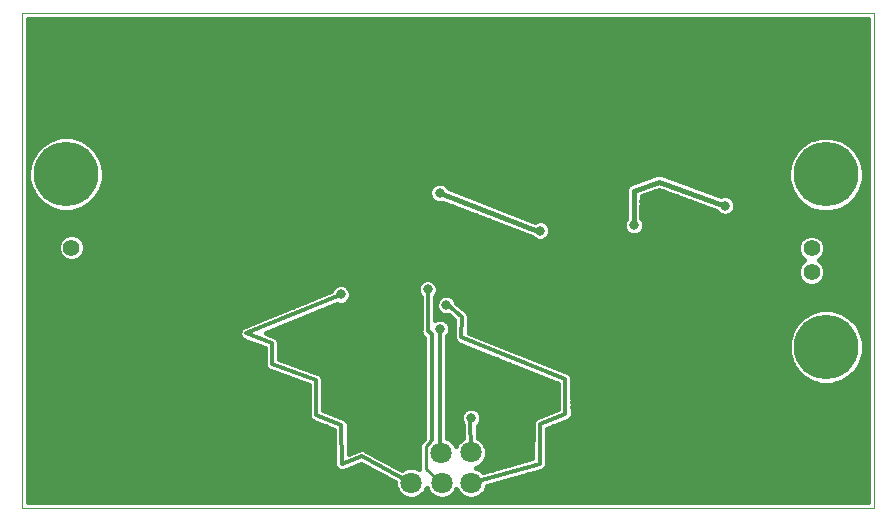
<source format=gbl>
G75*
%MOIN*%
%OFA0B0*%
%FSLAX25Y25*%
%IPPOS*%
%LPD*%
%AMOC8*
5,1,8,0,0,1.08239X$1,22.5*
%
%ADD10C,0.00394*%
%ADD11C,0.07087*%
%ADD12C,0.21500*%
%ADD13C,0.05543*%
%ADD14C,0.01600*%
%ADD15C,0.03200*%
%ADD16C,0.01200*%
%ADD17C,0.01000*%
D10*
X0013386Y0013511D02*
X0297323Y0013511D01*
X0297323Y0178511D01*
X0013386Y0178511D01*
X0013386Y0013511D01*
D11*
X0143205Y0021923D03*
X0153301Y0021943D03*
X0163142Y0021926D03*
X0163002Y0032027D03*
X0153102Y0031969D03*
X0143189Y0031831D03*
D12*
X0028696Y0067095D03*
X0028101Y0124812D03*
X0281394Y0124699D03*
X0281537Y0067175D03*
D13*
X0276620Y0092218D03*
X0276620Y0100092D03*
X0029859Y0100283D03*
X0029859Y0092409D03*
D14*
X0053980Y0082691D01*
X0057051Y0083626D01*
X0084559Y0073209D01*
X0088296Y0074655D01*
X0088386Y0082343D01*
X0088386Y0081762D01*
X0091908Y0075853D02*
X0015383Y0075853D01*
X0015383Y0074255D02*
X0087984Y0074255D01*
X0087655Y0074121D02*
X0087617Y0074120D01*
X0087214Y0073941D01*
X0086806Y0073775D01*
X0086779Y0073748D01*
X0086744Y0073733D01*
X0086440Y0073413D01*
X0086127Y0073104D01*
X0086112Y0073069D01*
X0086086Y0073041D01*
X0085927Y0072630D01*
X0085756Y0072224D01*
X0085756Y0072186D01*
X0085742Y0072150D01*
X0085753Y0071710D01*
X0085751Y0071269D01*
X0085765Y0071234D01*
X0085766Y0071195D01*
X0085945Y0070793D01*
X0086111Y0070385D01*
X0086138Y0070358D01*
X0086153Y0070323D01*
X0086472Y0070019D01*
X0086782Y0069706D01*
X0086817Y0069691D01*
X0086845Y0069665D01*
X0087256Y0069506D01*
X0087662Y0069335D01*
X0087700Y0069335D01*
X0094320Y0066783D01*
X0094295Y0061930D01*
X0094272Y0061869D01*
X0094292Y0061455D01*
X0094290Y0061041D01*
X0094315Y0060980D01*
X0094318Y0060915D01*
X0094494Y0060540D01*
X0094651Y0060157D01*
X0094697Y0060111D01*
X0094725Y0060051D01*
X0095031Y0059773D01*
X0095322Y0059478D01*
X0095383Y0059453D01*
X0095431Y0059409D01*
X0095821Y0059269D01*
X0096203Y0059109D01*
X0096268Y0059108D01*
X0108920Y0054559D01*
X0108917Y0045106D01*
X0108913Y0045095D01*
X0108917Y0044628D01*
X0108917Y0044162D01*
X0108921Y0044152D01*
X0108921Y0044140D01*
X0109104Y0043711D01*
X0109282Y0043280D01*
X0109290Y0043272D01*
X0109294Y0043262D01*
X0109627Y0042935D01*
X0109957Y0042605D01*
X0109967Y0042601D01*
X0109976Y0042592D01*
X0110408Y0042418D01*
X0110839Y0042239D01*
X0110850Y0042239D01*
X0117485Y0039560D01*
X0117561Y0028148D01*
X0117549Y0027711D01*
X0117564Y0027672D01*
X0117564Y0027630D01*
X0117734Y0027227D01*
X0117890Y0026819D01*
X0117919Y0026789D01*
X0117935Y0026750D01*
X0118246Y0026443D01*
X0118547Y0026126D01*
X0118585Y0026109D01*
X0118615Y0026080D01*
X0119020Y0025915D01*
X0119419Y0025737D01*
X0119461Y0025736D01*
X0119499Y0025720D01*
X0119937Y0025723D01*
X0120374Y0025712D01*
X0120412Y0025726D01*
X0120454Y0025727D01*
X0120857Y0025897D01*
X0126512Y0028063D01*
X0137862Y0022041D01*
X0137862Y0020860D01*
X0138675Y0018896D01*
X0140178Y0017393D01*
X0142142Y0016579D01*
X0144268Y0016579D01*
X0146232Y0017393D01*
X0147735Y0018896D01*
X0148257Y0020157D01*
X0148771Y0018917D01*
X0150274Y0017414D01*
X0152238Y0016600D01*
X0154363Y0016600D01*
X0156327Y0017414D01*
X0157830Y0018917D01*
X0158217Y0019851D01*
X0158612Y0018899D01*
X0160115Y0017396D01*
X0162079Y0016583D01*
X0164204Y0016583D01*
X0166168Y0017396D01*
X0167671Y0018899D01*
X0168485Y0020863D01*
X0168485Y0020920D01*
X0186276Y0025863D01*
X0186422Y0025863D01*
X0186732Y0025990D01*
X0187055Y0026080D01*
X0187171Y0026170D01*
X0187306Y0026225D01*
X0187543Y0026461D01*
X0187807Y0026668D01*
X0187879Y0026795D01*
X0187983Y0026898D01*
X0188112Y0027207D01*
X0188277Y0027499D01*
X0188295Y0027644D01*
X0188351Y0027779D01*
X0188352Y0028114D01*
X0188393Y0028447D01*
X0188354Y0028588D01*
X0188391Y0039847D01*
X0194985Y0042488D01*
X0195005Y0042488D01*
X0195427Y0042665D01*
X0195853Y0042835D01*
X0195867Y0042849D01*
X0195886Y0042857D01*
X0196208Y0043182D01*
X0196536Y0043502D01*
X0196544Y0043520D01*
X0196558Y0043535D01*
X0196732Y0043959D01*
X0196912Y0044380D01*
X0196912Y0044400D01*
X0196919Y0044418D01*
X0196917Y0044877D01*
X0196923Y0045334D01*
X0196915Y0045353D01*
X0196870Y0056122D01*
X0196874Y0056133D01*
X0196868Y0056599D01*
X0196866Y0057064D01*
X0196861Y0057075D01*
X0196861Y0057088D01*
X0196677Y0057515D01*
X0196497Y0057945D01*
X0196488Y0057953D01*
X0196483Y0057965D01*
X0196150Y0058289D01*
X0195819Y0058617D01*
X0195808Y0058622D01*
X0195799Y0058630D01*
X0195367Y0058802D01*
X0194935Y0058979D01*
X0194923Y0058979D01*
X0162247Y0071980D01*
X0162348Y0076938D01*
X0162387Y0077058D01*
X0162358Y0077412D01*
X0162365Y0077767D01*
X0162319Y0077884D01*
X0162309Y0078009D01*
X0162147Y0078325D01*
X0162018Y0078656D01*
X0161931Y0078747D01*
X0161873Y0078859D01*
X0161603Y0079089D01*
X0161357Y0079345D01*
X0161241Y0079395D01*
X0158186Y0081990D01*
X0157725Y0083103D01*
X0156769Y0084059D01*
X0155519Y0084577D01*
X0154167Y0084577D01*
X0152917Y0084059D01*
X0151961Y0083103D01*
X0151443Y0081853D01*
X0151443Y0080500D01*
X0151961Y0079251D01*
X0152917Y0078294D01*
X0154167Y0077777D01*
X0155519Y0077777D01*
X0155663Y0077836D01*
X0157533Y0076247D01*
X0157423Y0070849D01*
X0157407Y0070809D01*
X0157414Y0070373D01*
X0157405Y0069937D01*
X0157420Y0069897D01*
X0157421Y0069855D01*
X0157593Y0069454D01*
X0157752Y0069048D01*
X0157782Y0069017D01*
X0157798Y0068978D01*
X0158111Y0068674D01*
X0158413Y0068359D01*
X0158452Y0068342D01*
X0158483Y0068312D01*
X0158888Y0068151D01*
X0159288Y0067976D01*
X0159330Y0067975D01*
X0192075Y0054946D01*
X0192111Y0046507D01*
X0185537Y0043875D01*
X0185526Y0043875D01*
X0185095Y0043698D01*
X0184661Y0043525D01*
X0184653Y0043517D01*
X0184643Y0043513D01*
X0184312Y0043184D01*
X0183978Y0042857D01*
X0183973Y0042848D01*
X0183966Y0042840D01*
X0183785Y0042408D01*
X0183602Y0041980D01*
X0183602Y0041969D01*
X0183598Y0041959D01*
X0183596Y0041491D01*
X0183590Y0041025D01*
X0183594Y0041015D01*
X0183559Y0030090D01*
X0167106Y0025518D01*
X0166168Y0026456D01*
X0164842Y0027005D01*
X0166029Y0027497D01*
X0167532Y0029000D01*
X0168346Y0030964D01*
X0168346Y0033089D01*
X0167532Y0035053D01*
X0166029Y0036556D01*
X0165347Y0036839D01*
X0165301Y0040857D01*
X0165999Y0041555D01*
X0166517Y0042804D01*
X0166517Y0044157D01*
X0165999Y0045406D01*
X0165043Y0046363D01*
X0163793Y0046881D01*
X0162440Y0046881D01*
X0161191Y0046363D01*
X0160234Y0045406D01*
X0159717Y0044157D01*
X0159717Y0042804D01*
X0160234Y0041555D01*
X0160496Y0041293D01*
X0160548Y0036793D01*
X0159976Y0036556D01*
X0158473Y0035053D01*
X0158040Y0034010D01*
X0157632Y0034995D01*
X0156129Y0036498D01*
X0155052Y0036944D01*
X0155145Y0070784D01*
X0155634Y0071273D01*
X0156151Y0072523D01*
X0156151Y0073876D01*
X0155634Y0075125D01*
X0154677Y0076082D01*
X0153428Y0076599D01*
X0152075Y0076599D01*
X0151048Y0076174D01*
X0151048Y0083983D01*
X0151531Y0084465D01*
X0152048Y0085715D01*
X0152048Y0087067D01*
X0151531Y0088317D01*
X0150574Y0089273D01*
X0149324Y0089791D01*
X0147972Y0089791D01*
X0146722Y0089273D01*
X0145766Y0088317D01*
X0145248Y0087067D01*
X0145248Y0085715D01*
X0145766Y0084465D01*
X0146248Y0083983D01*
X0146248Y0073056D01*
X0146183Y0072898D01*
X0146183Y0072734D01*
X0146141Y0072575D01*
X0146183Y0072261D01*
X0146183Y0071943D01*
X0146245Y0071791D01*
X0146267Y0071629D01*
X0146427Y0071354D01*
X0146548Y0071061D01*
X0146664Y0070945D01*
X0146746Y0070803D01*
X0146999Y0070610D01*
X0147223Y0070386D01*
X0147375Y0070323D01*
X0147525Y0070208D01*
X0147525Y0036701D01*
X0147287Y0036485D01*
X0147233Y0036485D01*
X0146587Y0035849D01*
X0145916Y0035240D01*
X0145913Y0035187D01*
X0145875Y0035149D01*
X0145868Y0034243D01*
X0145824Y0033337D01*
X0145860Y0033297D01*
X0145811Y0027298D01*
X0145741Y0027217D01*
X0145783Y0026638D01*
X0144268Y0027266D01*
X0142142Y0027266D01*
X0140178Y0026452D01*
X0140043Y0026317D01*
X0128145Y0032630D01*
X0128086Y0032692D01*
X0127725Y0032853D01*
X0127376Y0033038D01*
X0127292Y0033046D01*
X0127214Y0033081D01*
X0126819Y0033091D01*
X0126425Y0033129D01*
X0126344Y0033104D01*
X0126260Y0033106D01*
X0125891Y0032965D01*
X0125512Y0032849D01*
X0125447Y0032795D01*
X0122338Y0031604D01*
X0122277Y0040724D01*
X0122278Y0040727D01*
X0122274Y0041201D01*
X0122271Y0041676D01*
X0122270Y0041679D01*
X0122270Y0041682D01*
X0122085Y0042116D01*
X0121900Y0042556D01*
X0121898Y0042558D01*
X0121897Y0042560D01*
X0121559Y0042892D01*
X0121220Y0043227D01*
X0121217Y0043228D01*
X0121216Y0043229D01*
X0120775Y0043407D01*
X0120335Y0043586D01*
X0120333Y0043586D01*
X0113717Y0046258D01*
X0113721Y0055828D01*
X0113741Y0055884D01*
X0113721Y0056303D01*
X0113721Y0056723D01*
X0113698Y0056778D01*
X0113696Y0056837D01*
X0113517Y0057217D01*
X0113356Y0057605D01*
X0113314Y0057647D01*
X0113289Y0057701D01*
X0112978Y0057984D01*
X0112681Y0058280D01*
X0112626Y0058303D01*
X0112582Y0058343D01*
X0112187Y0058485D01*
X0111799Y0058646D01*
X0111740Y0058646D01*
X0099101Y0063190D01*
X0099126Y0067975D01*
X0099139Y0068009D01*
X0099128Y0068451D01*
X0099130Y0068892D01*
X0099116Y0068927D01*
X0099115Y0068964D01*
X0098936Y0069367D01*
X0098770Y0069776D01*
X0098743Y0069803D01*
X0098728Y0069837D01*
X0098408Y0070141D01*
X0098098Y0070455D01*
X0098064Y0070469D01*
X0098037Y0070495D01*
X0097625Y0070654D01*
X0097218Y0070825D01*
X0097180Y0070825D01*
X0094667Y0071794D01*
X0118517Y0081508D01*
X0118998Y0081309D01*
X0120351Y0081309D01*
X0121600Y0081827D01*
X0122557Y0082783D01*
X0123074Y0084033D01*
X0123074Y0085385D01*
X0122557Y0086635D01*
X0121600Y0087591D01*
X0120351Y0088109D01*
X0118998Y0088109D01*
X0117749Y0087591D01*
X0116792Y0086635D01*
X0116470Y0085857D01*
X0087655Y0074121D01*
X0085937Y0072656D02*
X0015383Y0072656D01*
X0015383Y0071057D02*
X0085827Y0071057D01*
X0087368Y0069459D02*
X0015383Y0069459D01*
X0015383Y0067860D02*
X0091525Y0067860D01*
X0094317Y0066262D02*
X0015383Y0066262D01*
X0015383Y0064663D02*
X0094309Y0064663D01*
X0094300Y0063065D02*
X0015383Y0063065D01*
X0015383Y0061466D02*
X0094292Y0061466D01*
X0094926Y0059868D02*
X0015383Y0059868D01*
X0015383Y0058269D02*
X0098601Y0058269D01*
X0103047Y0056671D02*
X0015383Y0056671D01*
X0015383Y0055072D02*
X0107493Y0055072D01*
X0108920Y0053474D02*
X0015383Y0053474D01*
X0015383Y0051875D02*
X0108919Y0051875D01*
X0108919Y0050277D02*
X0015383Y0050277D01*
X0015383Y0048678D02*
X0108918Y0048678D01*
X0108918Y0047080D02*
X0015383Y0047080D01*
X0015383Y0045481D02*
X0108917Y0045481D01*
X0109031Y0043883D02*
X0015383Y0043883D01*
X0015383Y0042284D02*
X0110730Y0042284D01*
X0114696Y0040686D02*
X0015383Y0040686D01*
X0015383Y0039087D02*
X0117488Y0039087D01*
X0117499Y0037489D02*
X0015383Y0037489D01*
X0015383Y0035890D02*
X0117509Y0035890D01*
X0117520Y0034292D02*
X0015383Y0034292D01*
X0015383Y0032693D02*
X0117530Y0032693D01*
X0117541Y0031095D02*
X0015383Y0031095D01*
X0015383Y0029496D02*
X0117552Y0029496D01*
X0117554Y0027898D02*
X0015383Y0027898D01*
X0015383Y0026299D02*
X0118383Y0026299D01*
X0121908Y0026299D02*
X0129836Y0026299D01*
X0132849Y0024701D02*
X0015383Y0024701D01*
X0015383Y0023102D02*
X0135861Y0023102D01*
X0137862Y0021504D02*
X0015383Y0021504D01*
X0015383Y0019905D02*
X0138257Y0019905D01*
X0139264Y0018307D02*
X0015383Y0018307D01*
X0015383Y0016708D02*
X0141831Y0016708D01*
X0144579Y0016708D02*
X0151977Y0016708D01*
X0154624Y0016708D02*
X0161776Y0016708D01*
X0164507Y0016708D02*
X0295326Y0016708D01*
X0295326Y0015508D02*
X0015383Y0015508D01*
X0015383Y0176514D01*
X0295326Y0176514D01*
X0295326Y0015508D01*
X0295326Y0018307D02*
X0167079Y0018307D01*
X0168088Y0019905D02*
X0295326Y0019905D01*
X0295326Y0021504D02*
X0170586Y0021504D01*
X0169916Y0026299D02*
X0166325Y0026299D01*
X0166430Y0027898D02*
X0175669Y0027898D01*
X0176339Y0023102D02*
X0295326Y0023102D01*
X0295326Y0024701D02*
X0182092Y0024701D01*
X0187380Y0026299D02*
X0295326Y0026299D01*
X0295326Y0027898D02*
X0188352Y0027898D01*
X0188357Y0029496D02*
X0295326Y0029496D01*
X0295326Y0031095D02*
X0188362Y0031095D01*
X0188367Y0032693D02*
X0295326Y0032693D01*
X0295326Y0034292D02*
X0188373Y0034292D01*
X0188378Y0035890D02*
X0295326Y0035890D01*
X0295326Y0037489D02*
X0188383Y0037489D01*
X0188388Y0039087D02*
X0295326Y0039087D01*
X0295326Y0040686D02*
X0190484Y0040686D01*
X0194477Y0042284D02*
X0295326Y0042284D01*
X0295326Y0043883D02*
X0196700Y0043883D01*
X0196915Y0045481D02*
X0295326Y0045481D01*
X0295326Y0047080D02*
X0196908Y0047080D01*
X0196901Y0048678D02*
X0295326Y0048678D01*
X0295326Y0050277D02*
X0196895Y0050277D01*
X0196888Y0051875D02*
X0295326Y0051875D01*
X0295326Y0053474D02*
X0196881Y0053474D01*
X0196874Y0055072D02*
X0278215Y0055072D01*
X0276692Y0055480D02*
X0279884Y0054625D01*
X0283189Y0054625D01*
X0286381Y0055480D01*
X0289242Y0057133D01*
X0291579Y0059469D01*
X0293231Y0062331D01*
X0294086Y0065523D01*
X0294086Y0068827D01*
X0293231Y0072019D01*
X0291579Y0074881D01*
X0289242Y0077218D01*
X0286381Y0078870D01*
X0283189Y0079725D01*
X0279884Y0079725D01*
X0276692Y0078870D01*
X0273831Y0077218D01*
X0271494Y0074881D01*
X0269842Y0072019D01*
X0268987Y0068827D01*
X0268987Y0065523D01*
X0269842Y0062331D01*
X0271494Y0059469D01*
X0273831Y0057133D01*
X0276692Y0055480D01*
X0274630Y0056671D02*
X0196868Y0056671D01*
X0196170Y0058269D02*
X0272694Y0058269D01*
X0271264Y0059868D02*
X0192688Y0059868D01*
X0188671Y0061466D02*
X0270341Y0061466D01*
X0269645Y0063065D02*
X0184653Y0063065D01*
X0180636Y0064663D02*
X0269217Y0064663D01*
X0268987Y0066262D02*
X0176619Y0066262D01*
X0172601Y0067860D02*
X0268987Y0067860D01*
X0269156Y0069459D02*
X0168584Y0069459D01*
X0164567Y0071057D02*
X0269584Y0071057D01*
X0270209Y0072656D02*
X0162261Y0072656D01*
X0162294Y0074255D02*
X0271132Y0074255D01*
X0272466Y0075853D02*
X0162326Y0075853D01*
X0162359Y0077452D02*
X0274236Y0077452D01*
X0277365Y0079050D02*
X0161648Y0079050D01*
X0159766Y0080649D02*
X0295326Y0080649D01*
X0295326Y0082247D02*
X0158080Y0082247D01*
X0156982Y0083846D02*
X0295326Y0083846D01*
X0295326Y0085444D02*
X0151936Y0085444D01*
X0152048Y0087043D02*
X0295326Y0087043D01*
X0295326Y0088641D02*
X0279508Y0088641D01*
X0279210Y0088343D02*
X0280496Y0089629D01*
X0281192Y0091309D01*
X0281192Y0093128D01*
X0280496Y0094808D01*
X0279210Y0096094D01*
X0279062Y0096155D01*
X0279210Y0096217D01*
X0280496Y0097503D01*
X0281192Y0099183D01*
X0281192Y0101002D01*
X0280496Y0102682D01*
X0279210Y0103968D01*
X0277529Y0104664D01*
X0275711Y0104664D01*
X0274030Y0103968D01*
X0272744Y0102682D01*
X0272048Y0101002D01*
X0272048Y0099183D01*
X0272744Y0097503D01*
X0274030Y0096217D01*
X0274179Y0096155D01*
X0274030Y0096094D01*
X0272744Y0094808D01*
X0272048Y0093128D01*
X0272048Y0091309D01*
X0272744Y0089629D01*
X0274030Y0088343D01*
X0275711Y0087647D01*
X0277529Y0087647D01*
X0279210Y0088343D01*
X0280749Y0090240D02*
X0295326Y0090240D01*
X0295326Y0091838D02*
X0281192Y0091838D01*
X0281064Y0093437D02*
X0295326Y0093437D01*
X0295326Y0095035D02*
X0280269Y0095035D01*
X0279627Y0096634D02*
X0295326Y0096634D01*
X0295326Y0098232D02*
X0280798Y0098232D01*
X0281192Y0099831D02*
X0295326Y0099831D01*
X0295326Y0101429D02*
X0281015Y0101429D01*
X0280150Y0103028D02*
X0295326Y0103028D01*
X0295326Y0104626D02*
X0277621Y0104626D01*
X0275620Y0104626D02*
X0218727Y0104626D01*
X0219308Y0104867D02*
X0220264Y0105823D01*
X0220782Y0107073D01*
X0220782Y0108425D01*
X0220264Y0109675D01*
X0219861Y0110078D01*
X0219914Y0117463D01*
X0225813Y0119523D01*
X0244729Y0112614D01*
X0244832Y0112365D01*
X0245789Y0111409D01*
X0247038Y0110891D01*
X0248391Y0110891D01*
X0249641Y0111409D01*
X0250597Y0112365D01*
X0251115Y0113615D01*
X0251115Y0114968D01*
X0250597Y0116217D01*
X0249641Y0117174D01*
X0248391Y0117691D01*
X0247038Y0117691D01*
X0246545Y0117487D01*
X0226846Y0124682D01*
X0226496Y0124851D01*
X0226363Y0124858D01*
X0226239Y0124904D01*
X0225851Y0124887D01*
X0225463Y0124909D01*
X0225338Y0124866D01*
X0225205Y0124860D01*
X0224853Y0124696D01*
X0216895Y0121917D01*
X0216828Y0121917D01*
X0216409Y0121747D01*
X0215981Y0121598D01*
X0215931Y0121554D01*
X0215870Y0121528D01*
X0215547Y0121211D01*
X0215210Y0120909D01*
X0215181Y0120849D01*
X0215133Y0120802D01*
X0214957Y0120385D01*
X0214760Y0119978D01*
X0214756Y0119911D01*
X0214730Y0119850D01*
X0214727Y0119397D01*
X0214702Y0118945D01*
X0214724Y0118882D01*
X0214659Y0109835D01*
X0214499Y0109675D01*
X0213982Y0108425D01*
X0213982Y0107073D01*
X0214499Y0105823D01*
X0215456Y0104867D01*
X0216705Y0104349D01*
X0218058Y0104349D01*
X0219308Y0104867D01*
X0220430Y0106225D02*
X0295326Y0106225D01*
X0295326Y0107823D02*
X0220782Y0107823D01*
X0220369Y0109422D02*
X0295326Y0109422D01*
X0295326Y0111020D02*
X0248702Y0111020D01*
X0246727Y0111020D02*
X0219868Y0111020D01*
X0219879Y0112619D02*
X0244716Y0112619D01*
X0247715Y0114291D02*
X0225832Y0122284D01*
X0217327Y0119314D01*
X0217257Y0109517D01*
X0214394Y0109422D02*
X0183369Y0109422D01*
X0184468Y0108996D02*
X0155647Y0120162D01*
X0155521Y0120465D01*
X0154565Y0121421D01*
X0153315Y0121939D01*
X0151963Y0121939D01*
X0150713Y0121421D01*
X0149756Y0120465D01*
X0149239Y0119215D01*
X0149239Y0117862D01*
X0149756Y0116613D01*
X0150713Y0115656D01*
X0151963Y0115139D01*
X0153315Y0115139D01*
X0153751Y0115320D01*
X0183392Y0103836D01*
X0184135Y0103094D01*
X0185384Y0102576D01*
X0186737Y0102576D01*
X0187987Y0103094D01*
X0188943Y0104050D01*
X0189461Y0105300D01*
X0189461Y0106652D01*
X0188943Y0107902D01*
X0187987Y0108858D01*
X0186737Y0109376D01*
X0185384Y0109376D01*
X0184468Y0108996D01*
X0188976Y0107823D02*
X0213982Y0107823D01*
X0214333Y0106225D02*
X0189461Y0106225D01*
X0189182Y0104626D02*
X0216036Y0104626D01*
X0214668Y0111020D02*
X0179243Y0111020D01*
X0175117Y0112619D02*
X0214679Y0112619D01*
X0214690Y0114217D02*
X0170991Y0114217D01*
X0166865Y0115816D02*
X0214702Y0115816D01*
X0214713Y0117414D02*
X0162739Y0117414D01*
X0158612Y0119013D02*
X0214705Y0119013D01*
X0215052Y0120611D02*
X0155375Y0120611D01*
X0152639Y0118539D02*
X0186086Y0105581D01*
X0187828Y0103028D02*
X0273090Y0103028D01*
X0272226Y0101429D02*
X0034332Y0101429D01*
X0034430Y0101193D02*
X0033734Y0102873D01*
X0032448Y0104159D01*
X0030768Y0104855D01*
X0028949Y0104855D01*
X0027269Y0104159D01*
X0025983Y0102873D01*
X0025287Y0101193D01*
X0025287Y0099374D01*
X0025983Y0097694D01*
X0027269Y0096408D01*
X0028949Y0095712D01*
X0030768Y0095712D01*
X0032448Y0096408D01*
X0033734Y0097694D01*
X0034430Y0099374D01*
X0034430Y0101193D01*
X0034430Y0099831D02*
X0272048Y0099831D01*
X0272442Y0098232D02*
X0033957Y0098232D01*
X0032674Y0096634D02*
X0273613Y0096634D01*
X0272972Y0095035D02*
X0015383Y0095035D01*
X0015383Y0093437D02*
X0272176Y0093437D01*
X0272048Y0091838D02*
X0015383Y0091838D01*
X0015383Y0090240D02*
X0272491Y0090240D01*
X0273732Y0088641D02*
X0151206Y0088641D01*
X0146090Y0088641D02*
X0015383Y0088641D01*
X0015383Y0087043D02*
X0117200Y0087043D01*
X0115455Y0085444D02*
X0015383Y0085444D01*
X0015383Y0083846D02*
X0111531Y0083846D01*
X0107606Y0082247D02*
X0015383Y0082247D01*
X0015383Y0080649D02*
X0103682Y0080649D01*
X0099757Y0079050D02*
X0015383Y0079050D01*
X0015383Y0077452D02*
X0095833Y0077452D01*
X0100708Y0074255D02*
X0146248Y0074255D01*
X0146248Y0075853D02*
X0104633Y0075853D01*
X0108557Y0077452D02*
X0146248Y0077452D01*
X0146248Y0079050D02*
X0112482Y0079050D01*
X0116406Y0080649D02*
X0146248Y0080649D01*
X0146248Y0082247D02*
X0122021Y0082247D01*
X0122997Y0083846D02*
X0146248Y0083846D01*
X0145360Y0085444D02*
X0123050Y0085444D01*
X0122149Y0087043D02*
X0145248Y0087043D01*
X0151048Y0083846D02*
X0152704Y0083846D01*
X0151606Y0082247D02*
X0151048Y0082247D01*
X0151048Y0080649D02*
X0151443Y0080649D01*
X0151048Y0079050D02*
X0152161Y0079050D01*
X0151048Y0077452D02*
X0156115Y0077452D01*
X0154906Y0075853D02*
X0157525Y0075853D01*
X0157493Y0074255D02*
X0155994Y0074255D01*
X0156151Y0072656D02*
X0157460Y0072656D01*
X0157427Y0071057D02*
X0155418Y0071057D01*
X0155141Y0069459D02*
X0157591Y0069459D01*
X0159618Y0067860D02*
X0155137Y0067860D01*
X0155132Y0066262D02*
X0163636Y0066262D01*
X0167653Y0064663D02*
X0155128Y0064663D01*
X0155124Y0063065D02*
X0171670Y0063065D01*
X0175688Y0061466D02*
X0155119Y0061466D01*
X0155115Y0059868D02*
X0179705Y0059868D01*
X0183722Y0058269D02*
X0155111Y0058269D01*
X0155106Y0056671D02*
X0187740Y0056671D01*
X0191757Y0055072D02*
X0155102Y0055072D01*
X0155097Y0053474D02*
X0192081Y0053474D01*
X0192088Y0051875D02*
X0155093Y0051875D01*
X0155089Y0050277D02*
X0192095Y0050277D01*
X0192101Y0048678D02*
X0155084Y0048678D01*
X0155080Y0047080D02*
X0192108Y0047080D01*
X0189548Y0045481D02*
X0165924Y0045481D01*
X0166517Y0043883D02*
X0185556Y0043883D01*
X0183732Y0042284D02*
X0166301Y0042284D01*
X0165303Y0040686D02*
X0183593Y0040686D01*
X0183588Y0039087D02*
X0165322Y0039087D01*
X0165340Y0037489D02*
X0183583Y0037489D01*
X0183578Y0035890D02*
X0166695Y0035890D01*
X0167848Y0034292D02*
X0183573Y0034292D01*
X0183567Y0032693D02*
X0168346Y0032693D01*
X0168346Y0031095D02*
X0183562Y0031095D01*
X0181422Y0029496D02*
X0167738Y0029496D01*
X0159310Y0035890D02*
X0156737Y0035890D01*
X0157924Y0034292D02*
X0158157Y0034292D01*
X0160540Y0037489D02*
X0155054Y0037489D01*
X0155058Y0039087D02*
X0160521Y0039087D01*
X0160503Y0040686D02*
X0155063Y0040686D01*
X0155067Y0042284D02*
X0159932Y0042284D01*
X0159717Y0043883D02*
X0155071Y0043883D01*
X0155076Y0045481D02*
X0160309Y0045481D01*
X0147525Y0045481D02*
X0115640Y0045481D01*
X0113718Y0047080D02*
X0147525Y0047080D01*
X0147525Y0048678D02*
X0113718Y0048678D01*
X0113719Y0050277D02*
X0147525Y0050277D01*
X0147525Y0051875D02*
X0113719Y0051875D01*
X0113720Y0053474D02*
X0147525Y0053474D01*
X0147525Y0055072D02*
X0113720Y0055072D01*
X0113721Y0056671D02*
X0147525Y0056671D01*
X0147525Y0058269D02*
X0112692Y0058269D01*
X0108342Y0059868D02*
X0147525Y0059868D01*
X0147525Y0061466D02*
X0103896Y0061466D01*
X0099450Y0063065D02*
X0147525Y0063065D01*
X0147525Y0064663D02*
X0099109Y0064663D01*
X0099117Y0066262D02*
X0147525Y0066262D01*
X0147525Y0067860D02*
X0099125Y0067860D01*
X0098899Y0069459D02*
X0147525Y0069459D01*
X0146551Y0071057D02*
X0096577Y0071057D01*
X0096784Y0072656D02*
X0146162Y0072656D01*
X0147525Y0043883D02*
X0119598Y0043883D01*
X0122014Y0042284D02*
X0147525Y0042284D01*
X0147525Y0040686D02*
X0122277Y0040686D01*
X0122288Y0039087D02*
X0147525Y0039087D01*
X0147525Y0037489D02*
X0122299Y0037489D01*
X0122309Y0035890D02*
X0146628Y0035890D01*
X0145868Y0034292D02*
X0122320Y0034292D01*
X0122331Y0032693D02*
X0125182Y0032693D01*
X0128083Y0032693D02*
X0145855Y0032693D01*
X0145842Y0031095D02*
X0131039Y0031095D01*
X0134051Y0029496D02*
X0145829Y0029496D01*
X0145816Y0027898D02*
X0137064Y0027898D01*
X0126823Y0027898D02*
X0126081Y0027898D01*
X0147145Y0018307D02*
X0149381Y0018307D01*
X0148361Y0019905D02*
X0148153Y0019905D01*
X0157220Y0018307D02*
X0159205Y0018307D01*
X0284858Y0055072D02*
X0295326Y0055072D01*
X0295326Y0056671D02*
X0288443Y0056671D01*
X0290379Y0058269D02*
X0295326Y0058269D01*
X0295326Y0059868D02*
X0291809Y0059868D01*
X0292732Y0061466D02*
X0295326Y0061466D01*
X0295326Y0063065D02*
X0293428Y0063065D01*
X0293856Y0064663D02*
X0295326Y0064663D01*
X0295326Y0066262D02*
X0294086Y0066262D01*
X0294086Y0067860D02*
X0295326Y0067860D01*
X0295326Y0069459D02*
X0293917Y0069459D01*
X0293489Y0071057D02*
X0295326Y0071057D01*
X0295326Y0072656D02*
X0292864Y0072656D01*
X0291941Y0074255D02*
X0295326Y0074255D01*
X0295326Y0075853D02*
X0290607Y0075853D01*
X0288837Y0077452D02*
X0295326Y0077452D01*
X0295326Y0079050D02*
X0285708Y0079050D01*
X0283046Y0112149D02*
X0279742Y0112149D01*
X0276550Y0113004D01*
X0273688Y0114656D01*
X0271351Y0116993D01*
X0269699Y0119854D01*
X0268844Y0123046D01*
X0268844Y0126351D01*
X0269699Y0129543D01*
X0271351Y0132404D01*
X0273688Y0134741D01*
X0276550Y0136393D01*
X0279742Y0137248D01*
X0283046Y0137248D01*
X0286238Y0136393D01*
X0289100Y0134741D01*
X0291436Y0132404D01*
X0293089Y0129543D01*
X0293944Y0126351D01*
X0293944Y0123046D01*
X0293089Y0119854D01*
X0291436Y0116993D01*
X0289100Y0114656D01*
X0286238Y0113004D01*
X0283046Y0112149D01*
X0284801Y0112619D02*
X0295326Y0112619D01*
X0295326Y0114217D02*
X0288340Y0114217D01*
X0290259Y0115816D02*
X0295326Y0115816D01*
X0295326Y0117414D02*
X0291680Y0117414D01*
X0292603Y0119013D02*
X0295326Y0119013D01*
X0295326Y0120611D02*
X0293291Y0120611D01*
X0293720Y0122210D02*
X0295326Y0122210D01*
X0295326Y0123808D02*
X0293944Y0123808D01*
X0293944Y0125407D02*
X0295326Y0125407D01*
X0295326Y0127005D02*
X0293768Y0127005D01*
X0293340Y0128604D02*
X0295326Y0128604D01*
X0295326Y0130202D02*
X0292708Y0130202D01*
X0291785Y0131801D02*
X0295326Y0131801D01*
X0295326Y0133399D02*
X0290441Y0133399D01*
X0288655Y0134998D02*
X0295326Y0134998D01*
X0295326Y0136596D02*
X0285480Y0136596D01*
X0277308Y0136596D02*
X0032610Y0136596D01*
X0032945Y0136507D02*
X0029753Y0137362D01*
X0026449Y0137362D01*
X0023257Y0136507D01*
X0020395Y0134854D01*
X0018059Y0132518D01*
X0016406Y0129656D01*
X0015551Y0126464D01*
X0015551Y0123160D01*
X0016406Y0119968D01*
X0018059Y0117106D01*
X0020395Y0114769D01*
X0023257Y0113117D01*
X0026449Y0112262D01*
X0029753Y0112262D01*
X0032945Y0113117D01*
X0035807Y0114769D01*
X0038144Y0117106D01*
X0039796Y0119968D01*
X0040651Y0123160D01*
X0040651Y0126464D01*
X0039796Y0129656D01*
X0038144Y0132518D01*
X0035807Y0134854D01*
X0032945Y0136507D01*
X0035558Y0134998D02*
X0274133Y0134998D01*
X0272346Y0133399D02*
X0037262Y0133399D01*
X0038557Y0131801D02*
X0271003Y0131801D01*
X0270080Y0130202D02*
X0039480Y0130202D01*
X0040078Y0128604D02*
X0269448Y0128604D01*
X0269019Y0127005D02*
X0040506Y0127005D01*
X0040651Y0125407D02*
X0268844Y0125407D01*
X0268844Y0123808D02*
X0229238Y0123808D01*
X0233614Y0122210D02*
X0269068Y0122210D01*
X0269496Y0120611D02*
X0237990Y0120611D01*
X0242367Y0119013D02*
X0270185Y0119013D01*
X0271108Y0117414D02*
X0249060Y0117414D01*
X0250763Y0115816D02*
X0272528Y0115816D01*
X0274448Y0114217D02*
X0251115Y0114217D01*
X0250702Y0112619D02*
X0277986Y0112619D01*
X0240339Y0114217D02*
X0219890Y0114217D01*
X0219902Y0115816D02*
X0235963Y0115816D01*
X0231587Y0117414D02*
X0219913Y0117414D01*
X0224351Y0119013D02*
X0227211Y0119013D01*
X0222311Y0123808D02*
X0040651Y0123808D01*
X0040397Y0122210D02*
X0217733Y0122210D01*
X0184294Y0103028D02*
X0033579Y0103028D01*
X0031320Y0104626D02*
X0181353Y0104626D01*
X0177227Y0106225D02*
X0015383Y0106225D01*
X0015383Y0107823D02*
X0173101Y0107823D01*
X0168975Y0109422D02*
X0015383Y0109422D01*
X0015383Y0111020D02*
X0164849Y0111020D01*
X0160723Y0112619D02*
X0031086Y0112619D01*
X0034851Y0114217D02*
X0156596Y0114217D01*
X0150553Y0115816D02*
X0036853Y0115816D01*
X0038322Y0117414D02*
X0149424Y0117414D01*
X0149239Y0119013D02*
X0039245Y0119013D01*
X0039968Y0120611D02*
X0149903Y0120611D01*
X0028397Y0104626D02*
X0015383Y0104626D01*
X0015383Y0103028D02*
X0026138Y0103028D01*
X0025385Y0101429D02*
X0015383Y0101429D01*
X0015383Y0099831D02*
X0025287Y0099831D01*
X0025760Y0098232D02*
X0015383Y0098232D01*
X0015383Y0096634D02*
X0027043Y0096634D01*
X0025116Y0112619D02*
X0015383Y0112619D01*
X0015383Y0114217D02*
X0021351Y0114217D01*
X0019349Y0115816D02*
X0015383Y0115816D01*
X0015383Y0117414D02*
X0017881Y0117414D01*
X0016958Y0119013D02*
X0015383Y0119013D01*
X0015383Y0120611D02*
X0016234Y0120611D01*
X0015806Y0122210D02*
X0015383Y0122210D01*
X0015383Y0123808D02*
X0015551Y0123808D01*
X0015551Y0125407D02*
X0015383Y0125407D01*
X0015383Y0127005D02*
X0015696Y0127005D01*
X0015383Y0128604D02*
X0016124Y0128604D01*
X0016722Y0130202D02*
X0015383Y0130202D01*
X0015383Y0131801D02*
X0017645Y0131801D01*
X0018940Y0133399D02*
X0015383Y0133399D01*
X0015383Y0134998D02*
X0020644Y0134998D01*
X0023593Y0136596D02*
X0015383Y0136596D01*
X0015383Y0138195D02*
X0295326Y0138195D01*
X0295326Y0139793D02*
X0015383Y0139793D01*
X0015383Y0141392D02*
X0295326Y0141392D01*
X0295326Y0142991D02*
X0015383Y0142991D01*
X0015383Y0144589D02*
X0295326Y0144589D01*
X0295326Y0146188D02*
X0015383Y0146188D01*
X0015383Y0147786D02*
X0295326Y0147786D01*
X0295326Y0149385D02*
X0015383Y0149385D01*
X0015383Y0150983D02*
X0295326Y0150983D01*
X0295326Y0152582D02*
X0015383Y0152582D01*
X0015383Y0154180D02*
X0295326Y0154180D01*
X0295326Y0155779D02*
X0015383Y0155779D01*
X0015383Y0157377D02*
X0295326Y0157377D01*
X0295326Y0158976D02*
X0015383Y0158976D01*
X0015383Y0160574D02*
X0295326Y0160574D01*
X0295326Y0162173D02*
X0015383Y0162173D01*
X0015383Y0163771D02*
X0295326Y0163771D01*
X0295326Y0165370D02*
X0015383Y0165370D01*
X0015383Y0166968D02*
X0295326Y0166968D01*
X0295326Y0168567D02*
X0015383Y0168567D01*
X0015383Y0170165D02*
X0295326Y0170165D01*
X0295326Y0171764D02*
X0015383Y0171764D01*
X0015383Y0173362D02*
X0295326Y0173362D01*
X0295326Y0174961D02*
X0015383Y0174961D01*
D15*
X0152639Y0118539D03*
X0186061Y0105976D03*
X0217382Y0107749D03*
X0247715Y0114291D03*
X0154843Y0081177D03*
X0148648Y0086391D03*
X0152751Y0073199D03*
X0119675Y0084709D03*
X0088386Y0081762D03*
X0163117Y0043481D03*
D16*
X0162871Y0043481D01*
X0163002Y0032027D01*
X0153102Y0031969D02*
X0152646Y0034495D01*
X0152751Y0073199D01*
X0149925Y0071394D02*
X0149925Y0036286D01*
X0149830Y0035687D01*
X0143205Y0021923D02*
X0126673Y0030694D01*
X0119961Y0028123D01*
X0119874Y0041183D01*
X0111317Y0044639D01*
X0111321Y0056246D01*
X0096692Y0061506D01*
X0096728Y0068427D01*
X0088153Y0071732D01*
X0119442Y0084477D01*
X0119675Y0084709D01*
X0148648Y0086391D02*
X0148648Y0072420D01*
X0148583Y0072420D01*
X0149925Y0071394D01*
X0159814Y0070366D02*
X0159956Y0077338D01*
X0155269Y0081319D01*
X0154843Y0081177D01*
X0159814Y0070366D02*
X0194468Y0056577D01*
X0194517Y0044886D01*
X0185996Y0041474D01*
X0185953Y0028264D01*
X0163142Y0021926D01*
X0217382Y0107749D02*
X0217257Y0109517D01*
D17*
X0149830Y0035687D02*
X0148167Y0034178D01*
X0148104Y0026434D01*
X0153301Y0021943D01*
M02*

</source>
